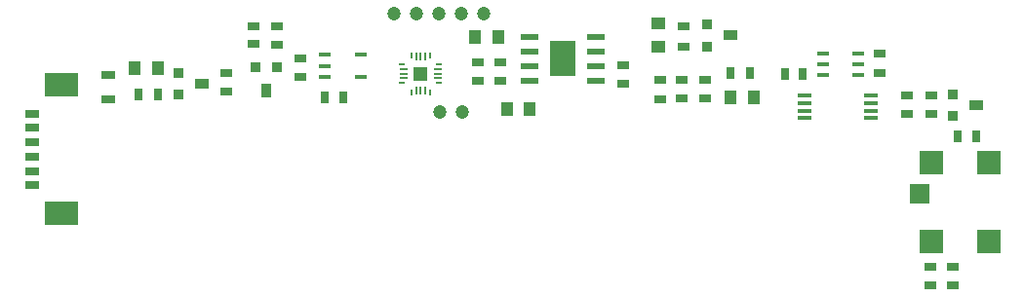
<source format=gtp>
%FSLAX25Y25*%
%MOIN*%
G70*
G01*
G75*
G04 Layer_Color=8421504*
%ADD10R,0.07874X0.07874*%
%ADD11R,0.07087X0.07087*%
%ADD12R,0.03937X0.01575*%
%ADD13R,0.03937X0.03150*%
%ADD14R,0.03150X0.03937*%
%ADD15R,0.03937X0.04724*%
%ADD16R,0.04724X0.03937*%
%ADD17R,0.05118X0.05118*%
%ADD18R,0.02362X0.00787*%
%ADD19R,0.03150X0.00787*%
%ADD20R,0.00787X0.02362*%
%ADD21R,0.00787X0.03150*%
%ADD22C,0.04724*%
%ADD23R,0.11811X0.08268*%
%ADD24R,0.05118X0.03150*%
%ADD25R,0.05118X0.03150*%
%ADD26R,0.05000X0.03600*%
%ADD27R,0.03600X0.03600*%
%ADD28R,0.03600X0.05000*%
%ADD29R,0.03600X0.03600*%
%ADD30R,0.08898X0.12402*%
%ADD31R,0.05906X0.02400*%
%ADD32R,0.05118X0.01260*%
%ADD33C,0.02756*%
%ADD34C,0.00787*%
%ADD35C,0.02362*%
%ADD36C,0.01969*%
%ADD37R,0.09252X0.06142*%
%ADD38C,0.05118*%
%ADD39R,0.05906X0.05906*%
%ADD40C,0.05906*%
%ADD41C,0.01969*%
%ADD42C,0.02756*%
%ADD43C,0.01000*%
%ADD44C,0.00600*%
%ADD45C,0.00984*%
%ADD46C,0.00500*%
%ADD47C,0.00709*%
%ADD48C,0.00591*%
%ADD49C,0.01200*%
%ADD50C,0.00492*%
D10*
X364253Y-82130D02*
D03*
X344568D02*
D03*
X364253Y-55358D02*
D03*
X344568D02*
D03*
D11*
X340631Y-65988D02*
D03*
D12*
X319727Y-17845D02*
D03*
Y-25326D02*
D03*
Y-21586D02*
D03*
X307522D02*
D03*
Y-25326D02*
D03*
Y-17845D02*
D03*
X149603Y-18290D02*
D03*
Y-25770D02*
D03*
X137399Y-22030D02*
D03*
Y-25770D02*
D03*
Y-18290D02*
D03*
D13*
X336368Y-38366D02*
D03*
Y-32067D02*
D03*
X251866Y-33427D02*
D03*
Y-26734D02*
D03*
X259496Y-33030D02*
D03*
Y-26731D02*
D03*
X267244Y-33031D02*
D03*
Y-26732D02*
D03*
X259979Y-15376D02*
D03*
Y-8683D02*
D03*
X189562Y-20833D02*
D03*
Y-27132D02*
D03*
X197182Y-20833D02*
D03*
Y-27132D02*
D03*
X103640Y-24410D02*
D03*
Y-30710D02*
D03*
X113055Y-8366D02*
D03*
Y-14665D02*
D03*
X121105Y-8446D02*
D03*
Y-14745D02*
D03*
X128995Y-25820D02*
D03*
Y-19520D02*
D03*
X239260Y-28130D02*
D03*
Y-21830D02*
D03*
X344724Y-38366D02*
D03*
Y-32067D02*
D03*
X344180Y-97160D02*
D03*
Y-90860D02*
D03*
X351953Y-90894D02*
D03*
Y-97193D02*
D03*
X326944Y-17879D02*
D03*
Y-24572D02*
D03*
D14*
X282719Y-24570D02*
D03*
X276026D02*
D03*
X80257Y-31961D02*
D03*
X73564D02*
D03*
X143776Y-32980D02*
D03*
X137477D02*
D03*
X300810Y-24910D02*
D03*
X294510D02*
D03*
X359958Y-46110D02*
D03*
X353658D02*
D03*
D15*
X276013Y-33014D02*
D03*
X283888D02*
D03*
X72366Y-22970D02*
D03*
X80240D02*
D03*
X196588Y-12180D02*
D03*
X188714D02*
D03*
X207477Y-36830D02*
D03*
X199603D02*
D03*
D16*
X251329Y-7493D02*
D03*
Y-15367D02*
D03*
D17*
X170118Y-24764D02*
D03*
D18*
X176417Y-21614D02*
D03*
Y-27913D02*
D03*
X163819D02*
D03*
Y-21614D02*
D03*
D19*
X176024Y-23189D02*
D03*
Y-24764D02*
D03*
Y-26339D02*
D03*
X164213D02*
D03*
Y-24764D02*
D03*
Y-23189D02*
D03*
D20*
X173268Y-31063D02*
D03*
X166969D02*
D03*
Y-18465D02*
D03*
X173268D02*
D03*
D21*
X171693Y-30669D02*
D03*
X170118D02*
D03*
X168543D02*
D03*
Y-18858D02*
D03*
X170118D02*
D03*
X171693D02*
D03*
D22*
X176674Y-38010D02*
D03*
X176250Y-4250D02*
D03*
X184434Y-38010D02*
D03*
X191665Y-4250D02*
D03*
X183958D02*
D03*
X168543D02*
D03*
X160835D02*
D03*
D23*
X47269Y-28364D02*
D03*
Y-72656D02*
D03*
D24*
X37230Y-43325D02*
D03*
Y-38404D02*
D03*
Y-48246D02*
D03*
Y-53167D02*
D03*
Y-58089D02*
D03*
Y-63010D02*
D03*
D25*
X63297Y-33421D02*
D03*
Y-25153D02*
D03*
D26*
X95417Y-28192D02*
D03*
X276014Y-11678D02*
D03*
X360040Y-35588D02*
D03*
D27*
X87417Y-24392D02*
D03*
Y-31892D02*
D03*
X268014Y-7878D02*
D03*
Y-15378D02*
D03*
X352040Y-31788D02*
D03*
Y-39288D02*
D03*
D28*
X117308Y-30483D02*
D03*
D29*
X121108Y-22483D02*
D03*
X113608D02*
D03*
D30*
X218701Y-19606D02*
D03*
D31*
X229951Y-27106D02*
D03*
Y-22106D02*
D03*
Y-17106D02*
D03*
Y-12106D02*
D03*
X207451D02*
D03*
Y-17106D02*
D03*
Y-22106D02*
D03*
Y-27106D02*
D03*
D32*
X301361Y-32337D02*
D03*
Y-34896D02*
D03*
Y-37455D02*
D03*
X323999Y-32337D02*
D03*
Y-34896D02*
D03*
Y-37455D02*
D03*
X301361Y-40014D02*
D03*
X323999D02*
D03*
M02*

</source>
